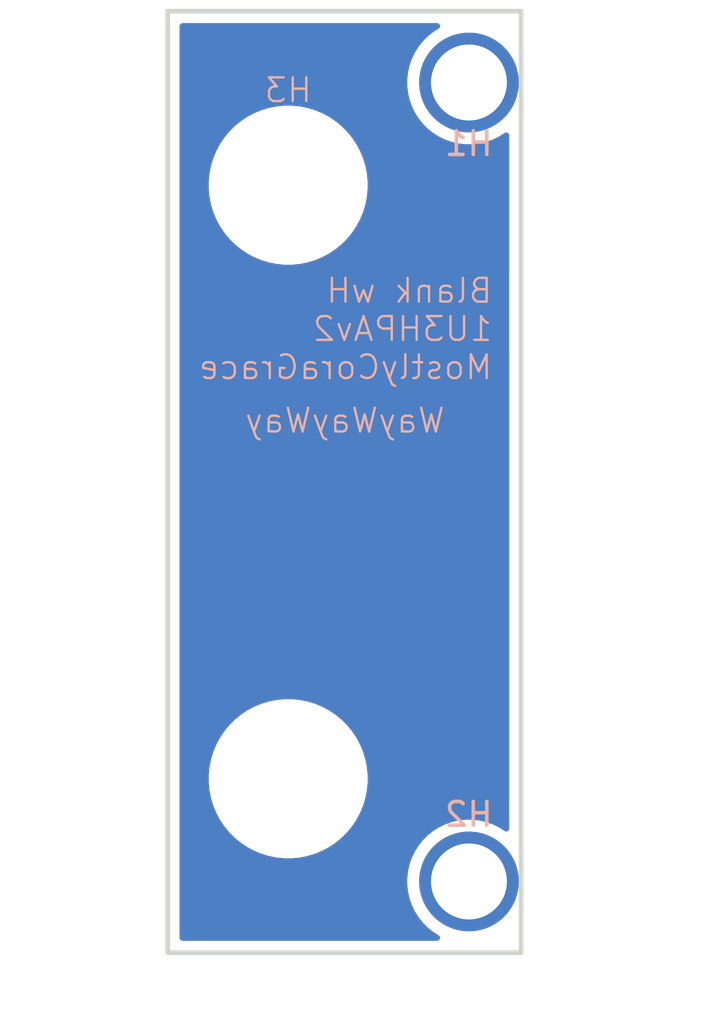
<source format=kicad_pcb>
(kicad_pcb (version 20241229) (generator "pcbnew") (generator_version "9.0")
  (layers (0 "F.Cu" signal) (2 "B.Cu" signal) (13 "F.Paste" user) (15 "B.Paste" user) (5 "F.SilkS" user "F.Silkscreen") (7 "B.SilkS" user "B.Silkscreen") (1 "F.Mask" user) (3 "B.Mask" user) (25 "Edge.Cuts" user))
  (net 0 "")
  (footprint "EXC:MountingHole_3.2mm_M3" (layer "F.Cu") (at 12.7 39.075)
    (property "Reference" "H2" (at 1.09 -2.825 0) (layer "B.SilkS") (effects (justify left mirror)))
    (property "Value" "Eurorack_M3_MountingHole")
    (pad "" thru_hole circle (at 0 0) (size 4.2 4.2) (drill 3.2) (layers "*.Cu" "*.Mask"))
  )
  (footprint "EXC:MountingHole_3.2mm_M3" (layer "F.Cu") (at 12.7 5.425)
    (property "Reference" "H1" (at 1.09 2.575 0) (layer "B.SilkS") (effects (justify left mirror)))
    (property "Value" "Eurorack_M3_MountingHole")
    (pad "" thru_hole circle (at 0 0) (size 4.2 4.2) (drill 3.2) (layers "*.Cu" "*.Mask"))
  )
  (footprint "EXC:Handle_1UM3P25_B" (layer "F.Cu") (at 5.08 9.75)
    (property "Reference" "H3" (at 0 -4 0) (layer "B.SilkS") (effects (font (thickness 0.1)) (justify mirror)))
    (property "Value" "Handle_1UM3P25_PanelMount_B")
    (pad "" np_thru_hole circle (at 0 0) (size 6.2 6.2) (drill 6.2) (layers "*.Cu" "*.Mask"))
    (pad "" np_thru_hole circle (at 0 25) (size 6.2 6.2) (drill 6.2) (layers "*.Cu" "*.Mask"))
  )
  (gr_rect (start 0 2.425) (end 14.9 42.075) (stroke (width 0.2)) (fill no) (layer "Edge.Cuts"))
  (gr_text "Blank wH\n1U3HPAv2\nMostlyCoraGrace" (at 13.75 18 0) (layer "B.SilkS") (effects (font (size 1 1) (thickness 0.1)) (justify left bottom mirror)))
  (gr_text "WayWayWay" (at 11.75 20.25 0) (layer "B.SilkS") (effects (font (size 1 1) (thickness 0.1)) (justify left bottom mirror)))
  (zone (net 0) (net_name "") (layers "F.Cu" "B.Cu") (connect_pads (clearance 0.5)) (min_thickness 0.25) (fill yes (thermal_gap 0.5) (thermal_bridge_width 0.5) (island_removal_mode 1) (island_area_min 10))
    (polygon (pts (xy 0 2.5) (xy 15 2.5) (xy 15 42) (xy 0 42)))
  )
)
</source>
